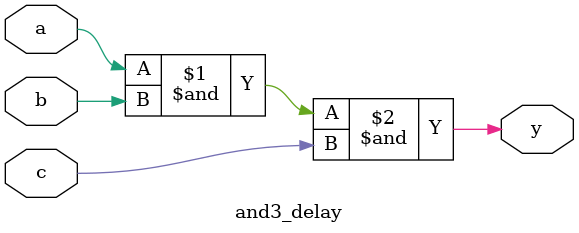
<source format=sv>
module and3_delay (
    input  logic a,
    input  logic b,
    input logic c,
    output logic y
);
assign y = (a & b & c);
endmodule
</source>
